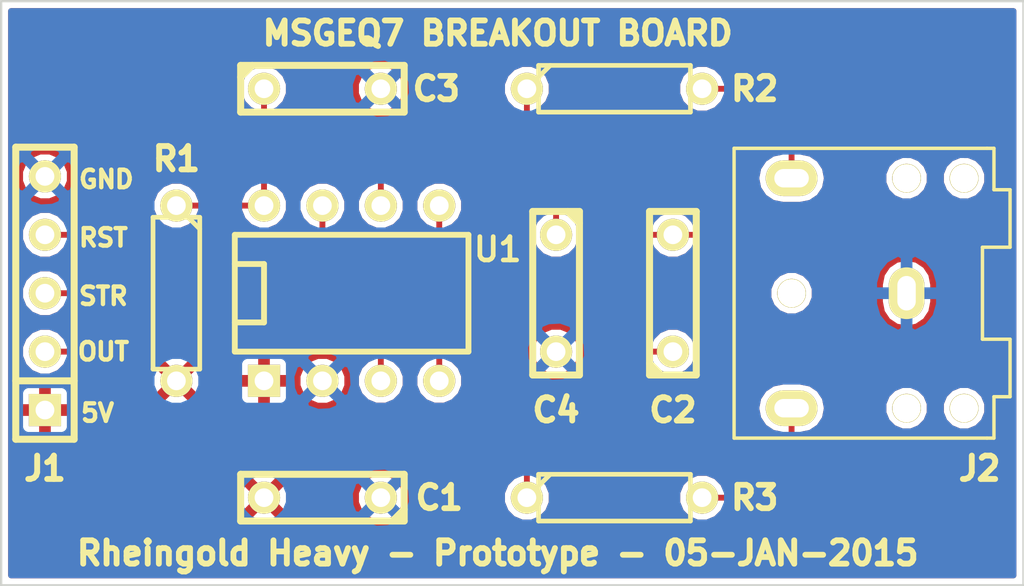
<source format=kicad_pcb>
(kicad_pcb (version 3) (host pcbnew "(2013-07-07 BZR 4022)-stable")

  (general
    (links 19)
    (no_connects 0)
    (area 189.9666 149.030267 240.357888 175.310001)
    (thickness 1.6)
    (drawings 11)
    (tracks 50)
    (zones 0)
    (modules 10)
    (nets 12)
  )

  (page A3)
  (layers
    (15 F.Cu signal)
    (0 B.Cu signal)
    (16 B.Adhes user)
    (17 F.Adhes user)
    (18 B.Paste user)
    (19 F.Paste user)
    (20 B.SilkS user)
    (21 F.SilkS user)
    (22 B.Mask user)
    (23 F.Mask user)
    (24 Dwgs.User user)
    (25 Cmts.User user)
    (26 Eco1.User user)
    (27 Eco2.User user)
    (28 Edge.Cuts user)
  )

  (setup
    (last_trace_width 0.254)
    (trace_clearance 0.254)
    (zone_clearance 0.254)
    (zone_45_only no)
    (trace_min 0.254)
    (segment_width 0.2)
    (edge_width 0.1)
    (via_size 0.889)
    (via_drill 0.635)
    (via_min_size 0.889)
    (via_min_drill 0.508)
    (uvia_size 0.508)
    (uvia_drill 0.127)
    (uvias_allowed no)
    (uvia_min_size 0.508)
    (uvia_min_drill 0.127)
    (pcb_text_width 0.3)
    (pcb_text_size 1.5 1.5)
    (mod_edge_width 0.15)
    (mod_text_size 1 1)
    (mod_text_width 0.15)
    (pad_size 1.25 1.25)
    (pad_drill 1.2)
    (pad_to_mask_clearance 0)
    (aux_axis_origin 0 0)
    (visible_elements 7FFFFBBF)
    (pcbplotparams
      (layerselection 3178497)
      (usegerberextensions true)
      (excludeedgelayer true)
      (linewidth 0.150000)
      (plotframeref false)
      (viasonmask false)
      (mode 1)
      (useauxorigin false)
      (hpglpennumber 1)
      (hpglpenspeed 20)
      (hpglpendiameter 15)
      (hpglpenoverlay 2)
      (psnegative false)
      (psa4output false)
      (plotreference true)
      (plotvalue true)
      (plotothertext true)
      (plotinvisibletext false)
      (padsonsilk false)
      (subtractmaskfromsilk false)
      (outputformat 1)
      (mirror false)
      (drillshape 1)
      (scaleselection 1)
      (outputdirectory ""))
  )

  (net 0 "")
  (net 1 +5V)
  (net 2 GND)
  (net 3 N-0000010)
  (net 4 N-0000011)
  (net 5 N-000002)
  (net 6 N-000003)
  (net 7 N-000004)
  (net 8 N-000006)
  (net 9 OUT)
  (net 10 RESET_IN)
  (net 11 STROBE)

  (net_class Default "This is the default net class."
    (clearance 0.254)
    (trace_width 0.254)
    (via_dia 0.889)
    (via_drill 0.635)
    (uvia_dia 0.508)
    (uvia_drill 0.127)
    (add_net "")
    (add_net +5V)
    (add_net GND)
    (add_net N-0000010)
    (add_net N-0000011)
    (add_net N-000002)
    (add_net N-000003)
    (add_net N-000004)
    (add_net N-000006)
    (add_net OUT)
    (add_net RESET_IN)
    (add_net STROBE)
  )

  (module R3 (layer F.Cu) (tedit 54AB382F) (tstamp 548B928D)
    (at 199.39 162.56 270)
    (descr "Resitance 3 pas")
    (tags R)
    (path /545E86CD)
    (autoplace_cost180 10)
    (fp_text reference R1 (at -5.842 0 360) (layer F.SilkS)
      (effects (font (size 1.016 1.016) (thickness 0.254)))
    )
    (fp_text value 200K (at 0 0.127 270) (layer F.SilkS) hide
      (effects (font (size 1.397 1.27) (thickness 0.2032)))
    )
    (fp_line (start -3.81 0) (end -3.302 0) (layer F.SilkS) (width 0.2032))
    (fp_line (start 3.81 0) (end 3.302 0) (layer F.SilkS) (width 0.2032))
    (fp_line (start 3.302 0) (end 3.302 -1.016) (layer F.SilkS) (width 0.2032))
    (fp_line (start 3.302 -1.016) (end -3.302 -1.016) (layer F.SilkS) (width 0.2032))
    (fp_line (start -3.302 -1.016) (end -3.302 1.016) (layer F.SilkS) (width 0.2032))
    (fp_line (start -3.302 1.016) (end 3.302 1.016) (layer F.SilkS) (width 0.2032))
    (fp_line (start 3.302 1.016) (end 3.302 0) (layer F.SilkS) (width 0.2032))
    (fp_line (start -3.302 -0.508) (end -2.794 -1.016) (layer F.SilkS) (width 0.2032))
    (pad 1 thru_hole circle (at -3.81 0 270) (size 1.397 1.397) (drill 0.8128)
      (layers *.Cu *.Mask F.SilkS)
      (net 4 N-0000011)
    )
    (pad 2 thru_hole circle (at 3.81 0 270) (size 1.397 1.397) (drill 0.8128)
      (layers *.Cu *.Mask F.SilkS)
      (net 1 +5V)
    )
    (model discret/resistor.wrl
      (at (xyz 0 0 0))
      (scale (xyz 0.3 0.3 0.3))
      (rotate (xyz 0 0 0))
    )
  )

  (module R3 (layer F.Cu) (tedit 54AB3B38) (tstamp 548B929B)
    (at 218.44 153.67)
    (descr "Resitance 3 pas")
    (tags R)
    (path /545E8ABB)
    (autoplace_cost180 10)
    (fp_text reference R2 (at 6.096 0) (layer F.SilkS)
      (effects (font (size 1.016 1.016) (thickness 0.254)))
    )
    (fp_text value 22K (at 0 0.127) (layer F.SilkS) hide
      (effects (font (size 1.397 1.27) (thickness 0.2032)))
    )
    (fp_line (start -3.81 0) (end -3.302 0) (layer F.SilkS) (width 0.2032))
    (fp_line (start 3.81 0) (end 3.302 0) (layer F.SilkS) (width 0.2032))
    (fp_line (start 3.302 0) (end 3.302 -1.016) (layer F.SilkS) (width 0.2032))
    (fp_line (start 3.302 -1.016) (end -3.302 -1.016) (layer F.SilkS) (width 0.2032))
    (fp_line (start -3.302 -1.016) (end -3.302 1.016) (layer F.SilkS) (width 0.2032))
    (fp_line (start -3.302 1.016) (end 3.302 1.016) (layer F.SilkS) (width 0.2032))
    (fp_line (start 3.302 1.016) (end 3.302 0) (layer F.SilkS) (width 0.2032))
    (fp_line (start -3.302 -0.508) (end -2.794 -1.016) (layer F.SilkS) (width 0.2032))
    (pad 1 thru_hole circle (at -3.81 0) (size 1.397 1.397) (drill 0.8128)
      (layers *.Cu *.Mask F.SilkS)
      (net 7 N-000004)
    )
    (pad 2 thru_hole circle (at 3.81 0) (size 1.397 1.397) (drill 0.8128)
      (layers *.Cu *.Mask F.SilkS)
      (net 5 N-000002)
    )
    (model discret/resistor.wrl
      (at (xyz 0 0 0))
      (scale (xyz 0.3 0.3 0.3))
      (rotate (xyz 0 0 0))
    )
  )

  (module R3 (layer F.Cu) (tedit 54AB3BBE) (tstamp 548B92A9)
    (at 218.44 171.45)
    (descr "Resitance 3 pas")
    (tags R)
    (path /545E8AC6)
    (autoplace_cost180 10)
    (fp_text reference R3 (at 6.096 0) (layer F.SilkS)
      (effects (font (size 1.016 1.016) (thickness 0.254)))
    )
    (fp_text value 22K (at 0 0.127) (layer F.SilkS) hide
      (effects (font (size 1.397 1.27) (thickness 0.2032)))
    )
    (fp_line (start -3.81 0) (end -3.302 0) (layer F.SilkS) (width 0.2032))
    (fp_line (start 3.81 0) (end 3.302 0) (layer F.SilkS) (width 0.2032))
    (fp_line (start 3.302 0) (end 3.302 -1.016) (layer F.SilkS) (width 0.2032))
    (fp_line (start 3.302 -1.016) (end -3.302 -1.016) (layer F.SilkS) (width 0.2032))
    (fp_line (start -3.302 -1.016) (end -3.302 1.016) (layer F.SilkS) (width 0.2032))
    (fp_line (start -3.302 1.016) (end 3.302 1.016) (layer F.SilkS) (width 0.2032))
    (fp_line (start 3.302 1.016) (end 3.302 0) (layer F.SilkS) (width 0.2032))
    (fp_line (start -3.302 -0.508) (end -2.794 -1.016) (layer F.SilkS) (width 0.2032))
    (pad 1 thru_hole circle (at -3.81 0) (size 1.397 1.397) (drill 0.8128)
      (layers *.Cu *.Mask F.SilkS)
      (net 7 N-000004)
    )
    (pad 2 thru_hole circle (at 3.81 0) (size 1.397 1.397) (drill 0.8128)
      (layers *.Cu *.Mask F.SilkS)
      (net 8 N-000006)
    )
    (model discret/resistor.wrl
      (at (xyz 0 0 0))
      (scale (xyz 0.3 0.3 0.3))
      (rotate (xyz 0 0 0))
    )
  )

  (module DIP-8__300 (layer F.Cu) (tedit 54AB3AA1) (tstamp 548B92BC)
    (at 207.01 162.56)
    (descr "8 pins DIL package, round pads")
    (tags DIL)
    (path /545E86BE)
    (fp_text reference U1 (at 6.35 -1.905) (layer F.SilkS)
      (effects (font (size 1.016 1.016) (thickness 0.2032)))
    )
    (fp_text value MSGEQ7 (at 0.508 0) (layer F.SilkS) hide
      (effects (font (size 1.27 1.016) (thickness 0.2032)))
    )
    (fp_line (start -5.08 -1.27) (end -3.81 -1.27) (layer F.SilkS) (width 0.254))
    (fp_line (start -3.81 -1.27) (end -3.81 1.27) (layer F.SilkS) (width 0.254))
    (fp_line (start -3.81 1.27) (end -5.08 1.27) (layer F.SilkS) (width 0.254))
    (fp_line (start -5.08 -2.54) (end 5.08 -2.54) (layer F.SilkS) (width 0.254))
    (fp_line (start 5.08 -2.54) (end 5.08 2.54) (layer F.SilkS) (width 0.254))
    (fp_line (start 5.08 2.54) (end -5.08 2.54) (layer F.SilkS) (width 0.254))
    (fp_line (start -5.08 2.54) (end -5.08 -2.54) (layer F.SilkS) (width 0.254))
    (pad 1 thru_hole rect (at -3.81 3.81) (size 1.397 1.397) (drill 0.8128)
      (layers *.Cu *.Mask F.SilkS)
      (net 1 +5V)
    )
    (pad 2 thru_hole circle (at -1.27 3.81) (size 1.397 1.397) (drill 0.8128)
      (layers *.Cu *.Mask F.SilkS)
      (net 2 GND)
    )
    (pad 3 thru_hole circle (at 1.27 3.81) (size 1.397 1.397) (drill 0.8128)
      (layers *.Cu *.Mask F.SilkS)
      (net 9 OUT)
    )
    (pad 4 thru_hole circle (at 3.81 3.81) (size 1.397 1.397) (drill 0.8128)
      (layers *.Cu *.Mask F.SilkS)
      (net 11 STROBE)
    )
    (pad 5 thru_hole circle (at 3.81 -3.81) (size 1.397 1.397) (drill 0.8128)
      (layers *.Cu *.Mask F.SilkS)
      (net 6 N-000003)
    )
    (pad 6 thru_hole circle (at 1.27 -3.81) (size 1.397 1.397) (drill 0.8128)
      (layers *.Cu *.Mask F.SilkS)
      (net 3 N-0000010)
    )
    (pad 7 thru_hole circle (at -1.27 -3.81) (size 1.397 1.397) (drill 0.8128)
      (layers *.Cu *.Mask F.SilkS)
      (net 10 RESET_IN)
    )
    (pad 8 thru_hole circle (at -3.81 -3.81) (size 1.397 1.397) (drill 0.8128)
      (layers *.Cu *.Mask F.SilkS)
      (net 4 N-0000011)
    )
    (model dil/dil_8.wrl
      (at (xyz 0 0 0))
      (scale (xyz 1 1 1))
      (rotate (xyz 0 0 0))
    )
  )

  (module C2 (layer F.Cu) (tedit 54AB3BB8) (tstamp 548B92C7)
    (at 205.74 171.45 180)
    (descr "Condensateur = 2 pas")
    (tags C)
    (path /545E8778)
    (fp_text reference C1 (at -5.08 0 180) (layer F.SilkS)
      (effects (font (size 1.016 1.016) (thickness 0.254)))
    )
    (fp_text value 0.1uF (at 0 0 180) (layer F.SilkS) hide
      (effects (font (size 1.016 1.016) (thickness 0.2032)))
    )
    (fp_line (start -3.556 -1.016) (end 3.556 -1.016) (layer F.SilkS) (width 0.3048))
    (fp_line (start 3.556 -1.016) (end 3.556 1.016) (layer F.SilkS) (width 0.3048))
    (fp_line (start 3.556 1.016) (end -3.556 1.016) (layer F.SilkS) (width 0.3048))
    (fp_line (start -3.556 1.016) (end -3.556 -1.016) (layer F.SilkS) (width 0.3048))
    (fp_line (start -3.556 -0.508) (end -3.048 -1.016) (layer F.SilkS) (width 0.3048))
    (pad 1 thru_hole circle (at -2.54 0 180) (size 1.397 1.397) (drill 0.8128)
      (layers *.Cu *.Mask F.SilkS)
      (net 2 GND)
    )
    (pad 2 thru_hole circle (at 2.54 0 180) (size 1.397 1.397) (drill 0.8128)
      (layers *.Cu *.Mask F.SilkS)
      (net 1 +5V)
    )
    (model discret/capa_2pas_5x5mm.wrl
      (at (xyz 0 0 0))
      (scale (xyz 1 1 1))
      (rotate (xyz 0 0 0))
    )
  )

  (module C2 (layer F.Cu) (tedit 54AB3B33) (tstamp 548B92D2)
    (at 205.74 153.67)
    (descr "Condensateur = 2 pas")
    (tags C)
    (path /545E89A7)
    (fp_text reference C3 (at 4.953 0) (layer F.SilkS)
      (effects (font (size 1.016 1.016) (thickness 0.254)))
    )
    (fp_text value 33pF (at 0 0) (layer F.SilkS) hide
      (effects (font (size 1.016 1.016) (thickness 0.2032)))
    )
    (fp_line (start -3.556 -1.016) (end 3.556 -1.016) (layer F.SilkS) (width 0.3048))
    (fp_line (start 3.556 -1.016) (end 3.556 1.016) (layer F.SilkS) (width 0.3048))
    (fp_line (start 3.556 1.016) (end -3.556 1.016) (layer F.SilkS) (width 0.3048))
    (fp_line (start -3.556 1.016) (end -3.556 -1.016) (layer F.SilkS) (width 0.3048))
    (fp_line (start -3.556 -0.508) (end -3.048 -1.016) (layer F.SilkS) (width 0.3048))
    (pad 1 thru_hole circle (at -2.54 0) (size 1.397 1.397) (drill 0.8128)
      (layers *.Cu *.Mask F.SilkS)
      (net 4 N-0000011)
    )
    (pad 2 thru_hole circle (at 2.54 0) (size 1.397 1.397) (drill 0.8128)
      (layers *.Cu *.Mask F.SilkS)
      (net 2 GND)
    )
    (model discret/capa_2pas_5x5mm.wrl
      (at (xyz 0 0 0))
      (scale (xyz 1 1 1))
      (rotate (xyz 0 0 0))
    )
  )

  (module C2 (layer F.Cu) (tedit 54AB36F4) (tstamp 548B92DD)
    (at 215.9 162.56 270)
    (descr "Condensateur = 2 pas")
    (tags C)
    (path /545E8A09)
    (fp_text reference C4 (at 5.08 0 360) (layer F.SilkS)
      (effects (font (size 1.016 1.016) (thickness 0.254)))
    )
    (fp_text value 0.1uF (at 0 0 270) (layer F.SilkS) hide
      (effects (font (size 1.016 1.016) (thickness 0.2032)))
    )
    (fp_line (start -3.556 -1.016) (end 3.556 -1.016) (layer F.SilkS) (width 0.3048))
    (fp_line (start 3.556 -1.016) (end 3.556 1.016) (layer F.SilkS) (width 0.3048))
    (fp_line (start 3.556 1.016) (end -3.556 1.016) (layer F.SilkS) (width 0.3048))
    (fp_line (start -3.556 1.016) (end -3.556 -1.016) (layer F.SilkS) (width 0.3048))
    (fp_line (start -3.556 -0.508) (end -3.048 -1.016) (layer F.SilkS) (width 0.3048))
    (pad 1 thru_hole circle (at -2.54 0 270) (size 1.397 1.397) (drill 0.8128)
      (layers *.Cu *.Mask F.SilkS)
      (net 3 N-0000010)
    )
    (pad 2 thru_hole circle (at 2.54 0 270) (size 1.397 1.397) (drill 0.8128)
      (layers *.Cu *.Mask F.SilkS)
      (net 2 GND)
    )
    (model discret/capa_2pas_5x5mm.wrl
      (at (xyz 0 0 0))
      (scale (xyz 1 1 1))
      (rotate (xyz 0 0 0))
    )
  )

  (module C2 (layer F.Cu) (tedit 54AB36F7) (tstamp 548B92E8)
    (at 220.98 162.56 90)
    (descr "Condensateur = 2 pas")
    (tags C)
    (path /54669D08)
    (fp_text reference C2 (at -5.08 0 180) (layer F.SilkS)
      (effects (font (size 1.016 1.016) (thickness 0.254)))
    )
    (fp_text value 0.1uF (at 0 0 90) (layer F.SilkS) hide
      (effects (font (size 1.016 1.016) (thickness 0.2032)))
    )
    (fp_line (start -3.556 -1.016) (end 3.556 -1.016) (layer F.SilkS) (width 0.3048))
    (fp_line (start 3.556 -1.016) (end 3.556 1.016) (layer F.SilkS) (width 0.3048))
    (fp_line (start 3.556 1.016) (end -3.556 1.016) (layer F.SilkS) (width 0.3048))
    (fp_line (start -3.556 1.016) (end -3.556 -1.016) (layer F.SilkS) (width 0.3048))
    (fp_line (start -3.556 -0.508) (end -3.048 -1.016) (layer F.SilkS) (width 0.3048))
    (pad 1 thru_hole circle (at -2.54 0 90) (size 1.397 1.397) (drill 0.8128)
      (layers *.Cu *.Mask F.SilkS)
      (net 6 N-000003)
    )
    (pad 2 thru_hole circle (at 2.54 0 90) (size 1.397 1.397) (drill 0.8128)
      (layers *.Cu *.Mask F.SilkS)
      (net 7 N-000004)
    )
    (model discret/capa_2pas_5x5mm.wrl
      (at (xyz 0 0 0))
      (scale (xyz 1 1 1))
      (rotate (xyz 0 0 0))
    )
  )

  (module 3.5mm_Stereo_Jack_SJ1-3523NG (layer F.Cu) (tedit 54AB3709) (tstamp 548B9302)
    (at 231.14 162.56 180)
    (path /54669DC4)
    (fp_text reference J2 (at -3.175 -7.62 180) (layer F.SilkS)
      (effects (font (size 1.016 1.016) (thickness 0.254)))
    )
    (fp_text value STEREO_MINI_JACK (at 0 7.9 180) (layer F.SilkS) hide
      (effects (font (size 1 1) (thickness 0.15)))
    )
    (fp_line (start -3.8 -4.5) (end -4.5 -4.5) (layer F.SilkS) (width 0.15))
    (fp_line (start -3.5 -6.3) (end -3.8 -6.3) (layer F.SilkS) (width 0.15))
    (fp_line (start -3.8 -4.5) (end -3.8 -6.3) (layer F.SilkS) (width 0.15))
    (fp_line (start -3.8 4.5) (end -4.5 4.5) (layer F.SilkS) (width 0.15))
    (fp_line (start -3.5 6.3) (end -3.8 6.3) (layer F.SilkS) (width 0.15))
    (fp_line (start -3.8 6.3) (end -3.8 4.5) (layer F.SilkS) (width 0.15))
    (fp_line (start 7.5 6.3) (end -3.5 6.3) (layer F.SilkS) (width 0.15))
    (fp_line (start 7.5 -6.3) (end -3.5 -6.3) (layer F.SilkS) (width 0.15))
    (fp_line (start 7.5 -6.3) (end 7.5 6.3) (layer F.SilkS) (width 0.15))
    (fp_line (start -4.5 4.5) (end -4.5 2) (layer F.SilkS) (width 0.15))
    (fp_line (start -4.5 -4.5) (end -4.5 -2) (layer F.SilkS) (width 0.15))
    (fp_line (start -4.5 -2) (end -3.3 -2) (layer F.SilkS) (width 0.15))
    (fp_line (start -3.3 -2) (end -3.3 2) (layer F.SilkS) (width 0.15))
    (fp_line (start -3.3 2) (end -4.5 2) (layer F.SilkS) (width 0.15))
    (pad 1 thru_hole oval (at 0 0 180) (size 1.55 2.25) (drill oval 0.8 1.5)
      (layers *.Cu *.Mask F.SilkS)
      (net 2 GND)
    )
    (pad 2 thru_hole oval (at 5 5 180) (size 2.25 1.55) (drill oval 1.5 0.8)
      (layers *.Cu *.Mask F.SilkS)
      (net 5 N-000002)
    )
    (pad 3 thru_hole oval (at 5 -5 180) (size 2.25 1.55) (drill oval 1.5 0.8)
      (layers *.Cu *.Mask F.SilkS)
      (net 8 N-000006)
    )
    (pad "" np_thru_hole circle (at 5 0 180) (size 1.25 1.25) (drill 1.2)
      (layers *.Cu *.Mask F.SilkS)
    )
    (pad "" np_thru_hole circle (at 0 -5 180) (size 1.25 1.25) (drill 1.2)
      (layers *.Cu *.Mask F.SilkS)
    )
    (pad "" np_thru_hole circle (at 0 5 180) (size 1.25 1.25) (drill 1.2)
      (layers *.Cu *.Mask F.SilkS)
    )
    (pad "" np_thru_hole circle (at -2.5 5 180) (size 1.25 1.25) (drill 1.2)
      (layers *.Cu *.Mask F.SilkS)
    )
    (pad "" np_thru_hole circle (at -2.5 -5 180) (size 1.25 1.25) (drill 1.2)
      (layers *.Cu *.Mask F.SilkS)
    )
  )

  (module SIL-5 (layer F.Cu) (tedit 54AB36BE) (tstamp 54AB361A)
    (at 193.675 161.29 90)
    (descr "Connecteur 5 pins")
    (tags "CONN DEV")
    (path /54669BC4)
    (fp_text reference J1 (at -8.89 0 180) (layer F.SilkS)
      (effects (font (size 1.016 1.016) (thickness 0.254)))
    )
    (fp_text value BREAKOUT_BOARD_HEADER (at 0 -2.54 90) (layer F.SilkS) hide
      (effects (font (size 1.524 1.016) (thickness 0.3048)))
    )
    (fp_line (start -7.62 1.27) (end -7.62 -1.27) (layer F.SilkS) (width 0.3048))
    (fp_line (start -7.62 -1.27) (end 5.08 -1.27) (layer F.SilkS) (width 0.3048))
    (fp_line (start 5.08 -1.27) (end 5.08 1.27) (layer F.SilkS) (width 0.3048))
    (fp_line (start 5.08 1.27) (end -7.62 1.27) (layer F.SilkS) (width 0.3048))
    (fp_line (start -5.08 1.27) (end -5.08 -1.27) (layer F.SilkS) (width 0.3048))
    (pad 1 thru_hole rect (at -6.35 0 90) (size 1.397 1.397) (drill 0.8128)
      (layers *.Cu *.Mask F.SilkS)
      (net 1 +5V)
    )
    (pad 2 thru_hole circle (at -3.81 0 90) (size 1.397 1.397) (drill 0.8128)
      (layers *.Cu *.Mask F.SilkS)
      (net 9 OUT)
    )
    (pad 3 thru_hole circle (at -1.27 0 90) (size 1.397 1.397) (drill 0.8128)
      (layers *.Cu *.Mask F.SilkS)
      (net 11 STROBE)
    )
    (pad 4 thru_hole circle (at 1.27 0 90) (size 1.397 1.397) (drill 0.8128)
      (layers *.Cu *.Mask F.SilkS)
      (net 10 RESET_IN)
    )
    (pad 5 thru_hole circle (at 3.81 0 90) (size 1.397 1.397) (drill 0.8128)
      (layers *.Cu *.Mask F.SilkS)
      (net 2 GND)
    )
  )

  (gr_text "Rheingold Heavy - Prototype - 05-JAN-2015" (at 213.36 173.863) (layer F.SilkS)
    (effects (font (size 1.016 1.016) (thickness 0.254)))
  )
  (gr_text "MSGEQ7 BREAKOUT BOARD" (at 213.36 151.257) (layer F.SilkS)
    (effects (font (size 1.016 1.016) (thickness 0.254)))
  )
  (gr_text 5V (at 195.961 167.767) (layer F.SilkS)
    (effects (font (size 0.762 0.762) (thickness 0.1905)))
  )
  (gr_text OUT (at 196.215 165.1) (layer F.SilkS)
    (effects (font (size 0.762 0.762) (thickness 0.1905)))
  )
  (gr_text STR (at 196.215 162.687) (layer F.SilkS)
    (effects (font (size 0.762 0.762) (thickness 0.1905)))
  )
  (gr_text RST (at 196.215 160.147) (layer F.SilkS)
    (effects (font (size 0.762 0.762) (thickness 0.1905)))
  )
  (gr_text GND (at 196.342 157.607) (layer F.SilkS)
    (effects (font (size 0.762 0.762) (thickness 0.1905)))
  )
  (gr_line (start 191.77 149.86) (end 236.22 149.86) (angle 90) (layer Edge.Cuts) (width 0.1))
  (gr_line (start 236.22 175.26) (end 191.77 175.26) (angle 90) (layer Edge.Cuts) (width 0.1))
  (gr_line (start 236.22 149.86) (end 236.22 175.26) (angle 90) (layer Edge.Cuts) (width 0.1))
  (gr_line (start 191.77 175.26) (end 191.77 149.86) (angle 90) (layer Edge.Cuts) (width 0.1))

  (segment (start 215.9 159.385) (end 215.9 158.115) (width 0.254) (layer F.Cu) (net 3))
  (segment (start 208.28 157.48) (end 208.28 158.75) (width 0.254) (layer F.Cu) (net 3) (tstamp 54AB34B5))
  (segment (start 208.915 156.845) (end 208.28 157.48) (width 0.254) (layer F.Cu) (net 3) (tstamp 54AB34B4))
  (segment (start 214.63 156.845) (end 208.915 156.845) (width 0.254) (layer F.Cu) (net 3) (tstamp 54AB34B2))
  (segment (start 215.9 158.115) (end 214.63 156.845) (width 0.254) (layer F.Cu) (net 3) (tstamp 54AB34B1))
  (segment (start 199.39 158.75) (end 203.2 158.75) (width 0.254) (layer F.Cu) (net 4) (status C00000))
  (segment (start 203.2 158.75) (end 203.2 153.67) (width 0.254) (layer F.Cu) (net 4))
  (segment (start 222.25 153.67) (end 225.425 153.67) (width 0.254) (layer F.Cu) (net 5))
  (segment (start 226.14 154.385) (end 226.14 157.56) (width 0.254) (layer F.Cu) (net 5) (tstamp 54AB3522))
  (segment (start 225.425 153.67) (end 226.14 154.385) (width 0.254) (layer F.Cu) (net 5) (tstamp 54AB3521))
  (segment (start 220.98 165.1) (end 219.71 165.1) (width 0.254) (layer F.Cu) (net 6) (status 400000))
  (segment (start 210.82 161.798) (end 210.82 158.75) (width 0.254) (layer F.Cu) (net 6) (tstamp 54AB389F) (status 800000))
  (segment (start 211.582 162.56) (end 210.82 161.798) (width 0.254) (layer F.Cu) (net 6) (tstamp 54AB389E))
  (segment (start 218.44 162.56) (end 211.582 162.56) (width 0.254) (layer F.Cu) (net 6) (tstamp 54AB389C))
  (segment (start 219.202 163.322) (end 218.44 162.56) (width 0.254) (layer F.Cu) (net 6) (tstamp 54AB389B))
  (segment (start 219.202 164.592) (end 219.202 163.322) (width 0.254) (layer F.Cu) (net 6) (tstamp 54AB389A))
  (segment (start 219.71 165.1) (end 219.202 164.592) (width 0.254) (layer F.Cu) (net 6) (tstamp 54AB3897))
  (segment (start 214.63 171.45) (end 214.63 169.418) (width 0.254) (layer F.Cu) (net 7) (status 400000))
  (segment (start 222.504 160.02) (end 220.98 160.02) (width 0.254) (layer F.Cu) (net 7) (tstamp 54AB3894) (status 800000))
  (segment (start 223.012 160.528) (end 222.504 160.02) (width 0.254) (layer F.Cu) (net 7) (tstamp 54AB3891))
  (segment (start 223.012 168.148) (end 223.012 160.528) (width 0.254) (layer F.Cu) (net 7) (tstamp 54AB388F))
  (segment (start 222.25 168.91) (end 223.012 168.148) (width 0.254) (layer F.Cu) (net 7) (tstamp 54AB388D))
  (segment (start 215.138 168.91) (end 222.25 168.91) (width 0.254) (layer F.Cu) (net 7) (tstamp 54AB388C))
  (segment (start 214.63 169.418) (end 215.138 168.91) (width 0.254) (layer F.Cu) (net 7) (tstamp 54AB3889))
  (segment (start 219.71 160.02) (end 218.948 159.258) (width 0.254) (layer F.Cu) (net 7))
  (segment (start 214.63 154.94) (end 214.63 153.67) (width 0.254) (layer F.Cu) (net 7) (tstamp 54AB386B) (status 800000))
  (segment (start 215.138 155.448) (end 214.63 154.94) (width 0.254) (layer F.Cu) (net 7) (tstamp 54AB386A))
  (segment (start 218.44 155.448) (end 215.138 155.448) (width 0.254) (layer F.Cu) (net 7) (tstamp 54AB3869))
  (segment (start 218.948 155.956) (end 218.44 155.448) (width 0.254) (layer F.Cu) (net 7) (tstamp 54AB3868))
  (segment (start 218.948 159.258) (end 218.948 155.956) (width 0.254) (layer F.Cu) (net 7) (tstamp 54AB3867))
  (segment (start 219.71 160.02) (end 220.98 160.02) (width 0.254) (layer F.Cu) (net 7) (tstamp 54AB352E))
  (segment (start 222.25 171.45) (end 225.425 171.45) (width 0.254) (layer F.Cu) (net 8))
  (segment (start 226.14 170.735) (end 226.14 167.56) (width 0.254) (layer F.Cu) (net 8) (tstamp 54AB351C))
  (segment (start 225.425 171.45) (end 226.14 170.735) (width 0.254) (layer F.Cu) (net 8) (tstamp 54AB351B))
  (segment (start 208.28 165.1) (end 208.28 164.592) (width 0.254) (layer F.Cu) (net 9))
  (segment (start 208.28 166.37) (end 208.28 165.1) (width 0.254) (layer F.Cu) (net 9) (status 400000))
  (segment (start 195.326 165.1) (end 193.675 165.1) (width 0.254) (layer F.Cu) (net 9) (tstamp 54AB390F) (status 800000))
  (segment (start 196.85 163.576) (end 195.326 165.1) (width 0.254) (layer F.Cu) (net 9) (tstamp 54AB390A))
  (segment (start 207.264 163.576) (end 196.85 163.576) (width 0.254) (layer F.Cu) (net 9) (tstamp 54AB3907))
  (segment (start 208.28 164.592) (end 207.264 163.576) (width 0.254) (layer F.Cu) (net 9) (tstamp 54AB3900))
  (segment (start 205.74 158.75) (end 205.74 160.02) (width 0.254) (layer F.Cu) (net 10) (status 400000))
  (segment (start 195.58 160.02) (end 193.675 160.02) (width 0.254) (layer F.Cu) (net 10) (tstamp 54AB362D) (status 800000))
  (segment (start 196.215 160.655) (end 195.58 160.02) (width 0.254) (layer F.Cu) (net 10) (tstamp 54AB362C))
  (segment (start 205.105 160.655) (end 196.215 160.655) (width 0.254) (layer F.Cu) (net 10) (tstamp 54AB362B))
  (segment (start 205.74 160.02) (end 205.105 160.655) (width 0.254) (layer F.Cu) (net 10) (tstamp 54AB362A))
  (segment (start 210.185 163.195) (end 209.55 162.56) (width 0.254) (layer F.Cu) (net 11))
  (segment (start 210.82 163.83) (end 210.185 163.195) (width 0.254) (layer F.Cu) (net 11) (tstamp 54AB3696))
  (segment (start 210.82 166.37) (end 210.82 164.465) (width 0.254) (layer F.Cu) (net 11) (status 400000))
  (segment (start 210.82 164.465) (end 210.82 163.83) (width 0.254) (layer F.Cu) (net 11))
  (segment (start 209.55 162.56) (end 193.675 162.56) (width 0.254) (layer F.Cu) (net 11) (tstamp 54AB3913) (status 800000))

  (zone (net 1) (net_name +5V) (layer F.Cu) (tstamp 54AB3668) (hatch edge 0.508)
    (connect_pads (clearance 0.254))
    (min_thickness 0.254)
    (fill (arc_segments 16) (thermal_gap 0.508) (thermal_bridge_width 0.508))
    (polygon
      (pts
        (xy 236.22 175.26) (xy 191.77 175.26) (xy 191.77 149.86) (xy 236.22 149.86)
      )
    )
    (filled_polygon
      (pts
        (xy 235.789 174.829) (xy 234.646174 174.829) (xy 234.646174 167.360772) (xy 234.646174 157.360772) (xy 234.493342 156.990892)
        (xy 234.210597 156.707653) (xy 233.840984 156.554176) (xy 233.440772 156.553826) (xy 233.070892 156.706658) (xy 232.787653 156.989403)
        (xy 232.634176 157.359016) (xy 232.633826 157.759228) (xy 232.786658 158.129108) (xy 233.069403 158.412347) (xy 233.439016 158.565824)
        (xy 233.839228 158.566174) (xy 234.209108 158.413342) (xy 234.492347 158.130597) (xy 234.645824 157.760984) (xy 234.646174 157.360772)
        (xy 234.646174 167.360772) (xy 234.493342 166.990892) (xy 234.210597 166.707653) (xy 233.840984 166.554176) (xy 233.440772 166.553826)
        (xy 233.070892 166.706658) (xy 232.787653 166.989403) (xy 232.634176 167.359016) (xy 232.633826 167.759228) (xy 232.786658 168.129108)
        (xy 233.069403 168.412347) (xy 233.439016 168.565824) (xy 233.839228 168.566174) (xy 234.209108 168.413342) (xy 234.492347 168.130597)
        (xy 234.645824 167.760984) (xy 234.646174 167.360772) (xy 234.646174 174.829) (xy 232.296 174.829) (xy 232.296 162.939504)
        (xy 232.296 162.180496) (xy 232.208005 161.738114) (xy 232.146174 161.645577) (xy 232.146174 157.360772) (xy 231.993342 156.990892)
        (xy 231.710597 156.707653) (xy 231.340984 156.554176) (xy 230.940772 156.553826) (xy 230.570892 156.706658) (xy 230.287653 156.989403)
        (xy 230.134176 157.359016) (xy 230.133826 157.759228) (xy 230.286658 158.129108) (xy 230.569403 158.412347) (xy 230.939016 158.565824)
        (xy 231.339228 158.566174) (xy 231.709108 158.413342) (xy 231.992347 158.130597) (xy 232.145824 157.760984) (xy 232.146174 157.360772)
        (xy 232.146174 161.645577) (xy 231.957415 161.363081) (xy 231.582382 161.112491) (xy 231.14 161.024496) (xy 230.697618 161.112491)
        (xy 230.322585 161.363081) (xy 230.071995 161.738114) (xy 229.984 162.180496) (xy 229.984 162.939504) (xy 230.071995 163.381886)
        (xy 230.322585 163.756919) (xy 230.697618 164.007509) (xy 231.14 164.095504) (xy 231.582382 164.007509) (xy 231.957415 163.756919)
        (xy 232.208005 163.381886) (xy 232.296 162.939504) (xy 232.296 174.829) (xy 232.146174 174.829) (xy 232.146174 167.360772)
        (xy 231.993342 166.990892) (xy 231.710597 166.707653) (xy 231.340984 166.554176) (xy 230.940772 166.553826) (xy 230.570892 166.706658)
        (xy 230.287653 166.989403) (xy 230.134176 167.359016) (xy 230.133826 167.759228) (xy 230.286658 168.129108) (xy 230.569403 168.412347)
        (xy 230.939016 168.565824) (xy 231.339228 168.566174) (xy 231.709108 168.413342) (xy 231.992347 168.130597) (xy 232.145824 167.760984)
        (xy 232.146174 167.360772) (xy 232.146174 174.829) (xy 227.675504 174.829) (xy 227.675504 167.56) (xy 227.675504 157.56)
        (xy 227.587509 157.117618) (xy 227.336919 156.742585) (xy 226.961886 156.491995) (xy 226.648 156.429559) (xy 226.648 154.385)
        (xy 226.609331 154.190597) (xy 226.60933 154.190596) (xy 226.57279 154.13591) (xy 226.49921 154.02579) (xy 226.49921 154.025789)
        (xy 225.78421 153.31079) (xy 225.619403 153.200669) (xy 225.425 153.162) (xy 223.208118 153.162) (xy 223.165689 153.059312)
        (xy 222.862286 152.755379) (xy 222.465668 152.590688) (xy 222.036216 152.590314) (xy 221.639312 152.754311) (xy 221.335379 153.057714)
        (xy 221.170688 153.454332) (xy 221.170314 153.883784) (xy 221.334311 154.280688) (xy 221.637714 154.584621) (xy 222.034332 154.749312)
        (xy 222.463784 154.749686) (xy 222.860688 154.585689) (xy 223.164621 154.282286) (xy 223.207924 154.178) (xy 225.214579 154.178)
        (xy 225.632 154.59542) (xy 225.632 156.429559) (xy 225.318114 156.491995) (xy 224.943081 156.742585) (xy 224.692491 157.117618)
        (xy 224.604496 157.56) (xy 224.692491 158.002382) (xy 224.943081 158.377415) (xy 225.318114 158.628005) (xy 225.760496 158.716)
        (xy 226.519504 158.716) (xy 226.961886 158.628005) (xy 227.336919 158.377415) (xy 227.587509 158.002382) (xy 227.675504 157.56)
        (xy 227.675504 167.56) (xy 227.587509 167.117618) (xy 227.336919 166.742585) (xy 227.146174 166.615132) (xy 227.146174 162.360772)
        (xy 226.993342 161.990892) (xy 226.710597 161.707653) (xy 226.340984 161.554176) (xy 225.940772 161.553826) (xy 225.570892 161.706658)
        (xy 225.287653 161.989403) (xy 225.134176 162.359016) (xy 225.133826 162.759228) (xy 225.286658 163.129108) (xy 225.569403 163.412347)
        (xy 225.939016 163.565824) (xy 226.339228 163.566174) (xy 226.709108 163.413342) (xy 226.992347 163.130597) (xy 227.145824 162.760984)
        (xy 227.146174 162.360772) (xy 227.146174 166.615132) (xy 226.961886 166.491995) (xy 226.519504 166.404) (xy 225.760496 166.404)
        (xy 225.318114 166.491995) (xy 224.943081 166.742585) (xy 224.692491 167.117618) (xy 224.604496 167.56) (xy 224.692491 168.002382)
        (xy 224.943081 168.377415) (xy 225.318114 168.628005) (xy 225.632 168.69044) (xy 225.632 170.524579) (xy 225.214579 170.942)
        (xy 223.52 170.942) (xy 223.52 168.148) (xy 223.52 160.528) (xy 223.481331 160.333597) (xy 223.48133 160.333596)
        (xy 223.44479 160.27891) (xy 223.37121 160.16879) (xy 223.37121 160.168789) (xy 222.86321 159.66079) (xy 222.698403 159.550669)
        (xy 222.504 159.512) (xy 221.938118 159.512) (xy 221.895689 159.409312) (xy 221.592286 159.105379) (xy 221.195668 158.940688)
        (xy 220.766216 158.940314) (xy 220.369312 159.104311) (xy 220.065379 159.407714) (xy 220.022075 159.512) (xy 219.92042 159.512)
        (xy 219.456 159.047579) (xy 219.456 155.956) (xy 219.417331 155.761597) (xy 219.41733 155.761596) (xy 219.38079 155.70691)
        (xy 219.30721 155.59679) (xy 219.30721 155.596789) (xy 218.79921 155.08879) (xy 218.634403 154.978669) (xy 218.44 154.94)
        (xy 215.34842 154.94) (xy 215.138 154.729579) (xy 215.138 154.628118) (xy 215.240688 154.585689) (xy 215.544621 154.282286)
        (xy 215.709312 153.885668) (xy 215.709686 153.456216) (xy 215.545689 153.059312) (xy 215.242286 152.755379) (xy 214.845668 152.590688)
        (xy 214.416216 152.590314) (xy 214.019312 152.754311) (xy 213.715379 153.057714) (xy 213.550688 153.454332) (xy 213.550314 153.883784)
        (xy 213.714311 154.280688) (xy 214.017714 154.584621) (xy 214.122 154.627924) (xy 214.122 154.94) (xy 214.160669 155.134403)
        (xy 214.27079 155.29921) (xy 214.778789 155.80721) (xy 214.77879 155.80721) (xy 214.88891 155.88079) (xy 214.943596 155.91733)
        (xy 214.943597 155.917331) (xy 215.138 155.956) (xy 218.229579 155.956) (xy 218.44 156.16642) (xy 218.44 159.258)
        (xy 218.478669 159.452403) (xy 218.58879 159.61721) (xy 219.350789 160.37921) (xy 219.35079 160.37921) (xy 219.46091 160.45279)
        (xy 219.515596 160.48933) (xy 219.515597 160.489331) (xy 219.709999 160.527999) (xy 219.71 160.528) (xy 220.021881 160.528)
        (xy 220.064311 160.630688) (xy 220.367714 160.934621) (xy 220.764332 161.099312) (xy 221.193784 161.099686) (xy 221.590688 160.935689)
        (xy 221.894621 160.632286) (xy 221.937924 160.528) (xy 222.293579 160.528) (xy 222.504 160.73842) (xy 222.504 167.937579)
        (xy 222.059686 168.381893) (xy 222.059686 164.886216) (xy 221.895689 164.489312) (xy 221.592286 164.185379) (xy 221.195668 164.020688)
        (xy 220.766216 164.020314) (xy 220.369312 164.184311) (xy 220.065379 164.487714) (xy 220.022075 164.592) (xy 219.92042 164.592)
        (xy 219.71 164.381579) (xy 219.71 163.322) (xy 219.709999 163.321999) (xy 219.671331 163.127597) (xy 219.67133 163.127596)
        (xy 219.63479 163.07291) (xy 219.56121 162.96279) (xy 219.56121 162.962789) (xy 218.79921 162.20079) (xy 218.634403 162.090669)
        (xy 218.44 162.052) (xy 216.979686 162.052) (xy 216.979686 159.806216) (xy 216.815689 159.409312) (xy 216.512286 159.105379)
        (xy 216.408 159.062075) (xy 216.408 158.115) (xy 216.375746 157.952849) (xy 216.369331 157.920597) (xy 216.369331 157.920596)
        (xy 216.25921 157.75579) (xy 214.98921 156.48579) (xy 214.824403 156.375669) (xy 214.63 156.337) (xy 209.359686 156.337)
        (xy 209.359686 153.456216) (xy 209.195689 153.059312) (xy 208.892286 152.755379) (xy 208.495668 152.590688) (xy 208.066216 152.590314)
        (xy 207.669312 152.754311) (xy 207.365379 153.057714) (xy 207.200688 153.454332) (xy 207.200314 153.883784) (xy 207.364311 154.280688)
        (xy 207.667714 154.584621) (xy 208.064332 154.749312) (xy 208.493784 154.749686) (xy 208.890688 154.585689) (xy 209.194621 154.282286)
        (xy 209.359312 153.885668) (xy 209.359686 153.456216) (xy 209.359686 156.337) (xy 208.915 156.337) (xy 208.720597 156.375669)
        (xy 208.66591 156.412209) (xy 208.555789 156.48579) (xy 207.92079 157.12079) (xy 207.810669 157.285597) (xy 207.772 157.48)
        (xy 207.772 157.791881) (xy 207.669312 157.834311) (xy 207.365379 158.137714) (xy 207.200688 158.534332) (xy 207.200314 158.963784)
        (xy 207.364311 159.360688) (xy 207.667714 159.664621) (xy 208.064332 159.829312) (xy 208.493784 159.829686) (xy 208.890688 159.665689)
        (xy 209.194621 159.362286) (xy 209.359312 158.965668) (xy 209.359686 158.536216) (xy 209.195689 158.139312) (xy 208.892286 157.835379)
        (xy 208.788 157.792075) (xy 208.788 157.69042) (xy 209.12542 157.353) (xy 214.41958 157.353) (xy 215.392 158.32542)
        (xy 215.392 159.061881) (xy 215.289312 159.104311) (xy 214.985379 159.407714) (xy 214.820688 159.804332) (xy 214.820314 160.233784)
        (xy 214.984311 160.630688) (xy 215.287714 160.934621) (xy 215.684332 161.099312) (xy 216.113784 161.099686) (xy 216.510688 160.935689)
        (xy 216.814621 160.632286) (xy 216.979312 160.235668) (xy 216.979686 159.806216) (xy 216.979686 162.052) (xy 211.79242 162.052)
        (xy 211.328 161.587579) (xy 211.328 159.708118) (xy 211.430688 159.665689) (xy 211.734621 159.362286) (xy 211.899312 158.965668)
        (xy 211.899686 158.536216) (xy 211.735689 158.139312) (xy 211.432286 157.835379) (xy 211.035668 157.670688) (xy 210.606216 157.670314)
        (xy 210.209312 157.834311) (xy 209.905379 158.137714) (xy 209.740688 158.534332) (xy 209.740314 158.963784) (xy 209.904311 159.360688)
        (xy 210.207714 159.664621) (xy 210.312 159.707924) (xy 210.312 161.798) (xy 210.350669 161.992403) (xy 210.46079 162.15721)
        (xy 211.222789 162.91921) (xy 211.22279 162.91921) (xy 211.33291 162.99279) (xy 211.387596 163.02933) (xy 211.387597 163.029331)
        (xy 211.581999 163.067999) (xy 211.582 163.068) (xy 218.229579 163.068) (xy 218.694 163.53242) (xy 218.694 164.592)
        (xy 218.732669 164.786403) (xy 218.84279 164.95121) (xy 219.350789 165.45921) (xy 219.35079 165.45921) (xy 219.46091 165.53279)
        (xy 219.515596 165.56933) (xy 219.515597 165.569331) (xy 219.71 165.608) (xy 220.021881 165.608) (xy 220.064311 165.710688)
        (xy 220.367714 166.014621) (xy 220.764332 166.179312) (xy 221.193784 166.179686) (xy 221.590688 166.015689) (xy 221.894621 165.712286)
        (xy 222.059312 165.315668) (xy 222.059686 164.886216) (xy 222.059686 168.381893) (xy 222.039579 168.402) (xy 216.979686 168.402)
        (xy 216.979686 164.886216) (xy 216.815689 164.489312) (xy 216.512286 164.185379) (xy 216.115668 164.020688) (xy 215.686216 164.020314)
        (xy 215.289312 164.184311) (xy 214.985379 164.487714) (xy 214.820688 164.884332) (xy 214.820314 165.313784) (xy 214.984311 165.710688)
        (xy 215.287714 166.014621) (xy 215.684332 166.179312) (xy 216.113784 166.179686) (xy 216.510688 166.015689) (xy 216.814621 165.712286)
        (xy 216.979312 165.315668) (xy 216.979686 164.886216) (xy 216.979686 168.402) (xy 215.138 168.402) (xy 214.943597 168.440669)
        (xy 214.88891 168.477209) (xy 214.778789 168.55079) (xy 214.27079 169.05879) (xy 214.160669 169.223597) (xy 214.122 169.418)
        (xy 214.122 170.491881) (xy 214.019312 170.534311) (xy 213.715379 170.837714) (xy 213.550688 171.234332) (xy 213.550314 171.663784)
        (xy 213.714311 172.060688) (xy 214.017714 172.364621) (xy 214.414332 172.529312) (xy 214.843784 172.529686) (xy 215.240688 172.365689)
        (xy 215.544621 172.062286) (xy 215.709312 171.665668) (xy 215.709686 171.236216) (xy 215.545689 170.839312) (xy 215.242286 170.535379)
        (xy 215.138 170.492075) (xy 215.138 169.62842) (xy 215.34842 169.418) (xy 222.25 169.418) (xy 222.444403 169.379331)
        (xy 222.60921 169.26921) (xy 223.37121 168.507211) (xy 223.37121 168.50721) (xy 223.44479 168.39709) (xy 223.48133 168.342404)
        (xy 223.481331 168.342403) (xy 223.519999 168.148001) (xy 223.52 168.148) (xy 223.52 170.942) (xy 223.208118 170.942)
        (xy 223.165689 170.839312) (xy 222.862286 170.535379) (xy 222.465668 170.370688) (xy 222.036216 170.370314) (xy 221.639312 170.534311)
        (xy 221.335379 170.837714) (xy 221.170688 171.234332) (xy 221.170314 171.663784) (xy 221.334311 172.060688) (xy 221.637714 172.364621)
        (xy 222.034332 172.529312) (xy 222.463784 172.529686) (xy 222.860688 172.365689) (xy 223.164621 172.062286) (xy 223.207924 171.958)
        (xy 225.425 171.958) (xy 225.619403 171.919331) (xy 225.78421 171.80921) (xy 226.49921 171.094211) (xy 226.49921 171.09421)
        (xy 226.57279 170.98409) (xy 226.60933 170.929404) (xy 226.609331 170.929403) (xy 226.647999 170.735) (xy 226.648 170.735)
        (xy 226.648 168.69044) (xy 226.961886 168.628005) (xy 227.336919 168.377415) (xy 227.587509 168.002382) (xy 227.675504 167.56)
        (xy 227.675504 174.829) (xy 211.899686 174.829) (xy 211.899686 166.156216) (xy 211.735689 165.759312) (xy 211.432286 165.455379)
        (xy 211.328 165.412075) (xy 211.328 164.465) (xy 211.328 163.83) (xy 211.289331 163.635597) (xy 211.28933 163.635596)
        (xy 211.25279 163.58091) (xy 211.17921 163.47079) (xy 211.17921 163.470789) (xy 210.544212 162.835792) (xy 210.54421 162.83579)
        (xy 210.54421 162.835789) (xy 209.90921 162.20079) (xy 209.744403 162.090669) (xy 209.55 162.052) (xy 206.819686 162.052)
        (xy 206.819686 158.536216) (xy 206.655689 158.139312) (xy 206.352286 157.835379) (xy 205.955668 157.670688) (xy 205.526216 157.670314)
        (xy 205.129312 157.834311) (xy 204.825379 158.137714) (xy 204.660688 158.534332) (xy 204.660314 158.963784) (xy 204.824311 159.360688)
        (xy 205.127714 159.664621) (xy 205.232 159.707924) (xy 205.232 159.809579) (xy 204.894579 160.147) (xy 204.279686 160.147)
        (xy 204.279686 158.536216) (xy 204.115689 158.139312) (xy 203.812286 157.835379) (xy 203.708 157.792075) (xy 203.708 154.628118)
        (xy 203.810688 154.585689) (xy 204.114621 154.282286) (xy 204.279312 153.885668) (xy 204.279686 153.456216) (xy 204.115689 153.059312)
        (xy 203.812286 152.755379) (xy 203.415668 152.590688) (xy 202.986216 152.590314) (xy 202.589312 152.754311) (xy 202.285379 153.057714)
        (xy 202.120688 153.454332) (xy 202.120314 153.883784) (xy 202.284311 154.280688) (xy 202.587714 154.584621) (xy 202.692 154.627924)
        (xy 202.692 157.791881) (xy 202.589312 157.834311) (xy 202.285379 158.137714) (xy 202.120688 158.534332) (xy 202.120314 158.963784)
        (xy 202.284311 159.360688) (xy 202.587714 159.664621) (xy 202.984332 159.829312) (xy 203.413784 159.829686) (xy 203.810688 159.665689)
        (xy 204.114621 159.362286) (xy 204.279312 158.965668) (xy 204.279686 158.536216) (xy 204.279686 160.147) (xy 200.469686 160.147)
        (xy 200.469686 158.536216) (xy 200.305689 158.139312) (xy 200.002286 157.835379) (xy 199.605668 157.670688) (xy 199.176216 157.670314)
        (xy 198.779312 157.834311) (xy 198.475379 158.137714) (xy 198.310688 158.534332) (xy 198.310314 158.963784) (xy 198.474311 159.360688)
        (xy 198.777714 159.664621) (xy 199.174332 159.829312) (xy 199.603784 159.829686) (xy 200.000688 159.665689) (xy 200.304621 159.362286)
        (xy 200.469312 158.965668) (xy 200.469686 158.536216) (xy 200.469686 160.147) (xy 196.42542 160.147) (xy 195.93921 159.66079)
        (xy 195.774403 159.550669) (xy 195.58 159.512) (xy 194.754686 159.512) (xy 194.754686 157.266216) (xy 194.590689 156.869312)
        (xy 194.287286 156.565379) (xy 193.890668 156.400688) (xy 193.461216 156.400314) (xy 193.064312 156.564311) (xy 192.760379 156.867714)
        (xy 192.595688 157.264332) (xy 192.595314 157.693784) (xy 192.759311 158.090688) (xy 193.062714 158.394621) (xy 193.459332 158.559312)
        (xy 193.888784 158.559686) (xy 194.285688 158.395689) (xy 194.589621 158.092286) (xy 194.754312 157.695668) (xy 194.754686 157.266216)
        (xy 194.754686 159.512) (xy 194.633118 159.512) (xy 194.590689 159.409312) (xy 194.287286 159.105379) (xy 193.890668 158.940688)
        (xy 193.461216 158.940314) (xy 193.064312 159.104311) (xy 192.760379 159.407714) (xy 192.595688 159.804332) (xy 192.595314 160.233784)
        (xy 192.759311 160.630688) (xy 193.062714 160.934621) (xy 193.459332 161.099312) (xy 193.888784 161.099686) (xy 194.285688 160.935689)
        (xy 194.589621 160.632286) (xy 194.632924 160.528) (xy 195.369579 160.528) (xy 195.855789 161.01421) (xy 195.85579 161.01421)
        (xy 195.96591 161.08779) (xy 196.020596 161.12433) (xy 196.020597 161.124331) (xy 196.215 161.163) (xy 205.105 161.163)
        (xy 205.299403 161.124331) (xy 205.46421 161.01421) (xy 206.09921 160.379211) (xy 206.09921 160.37921) (xy 206.17279 160.26909)
        (xy 206.20933 160.214404) (xy 206.209331 160.214403) (xy 206.247999 160.02) (xy 206.248 160.02) (xy 206.248 159.708118)
        (xy 206.350688 159.665689) (xy 206.654621 159.362286) (xy 206.819312 158.965668) (xy 206.819686 158.536216) (xy 206.819686 162.052)
        (xy 194.633118 162.052) (xy 194.590689 161.949312) (xy 194.287286 161.645379) (xy 193.890668 161.480688) (xy 193.461216 161.480314)
        (xy 193.064312 161.644311) (xy 192.760379 161.947714) (xy 192.595688 162.344332) (xy 192.595314 162.773784) (xy 192.759311 163.170688)
        (xy 193.062714 163.474621) (xy 193.459332 163.639312) (xy 193.888784 163.639686) (xy 194.285688 163.475689) (xy 194.589621 163.172286)
        (xy 194.632924 163.068) (xy 196.85 163.068) (xy 196.655597 163.106669) (xy 196.60091 163.143209) (xy 196.490789 163.21679)
        (xy 195.115579 164.592) (xy 194.633118 164.592) (xy 194.590689 164.489312) (xy 194.287286 164.185379) (xy 193.890668 164.020688)
        (xy 193.461216 164.020314) (xy 193.064312 164.184311) (xy 192.760379 164.487714) (xy 192.595688 164.884332) (xy 192.595314 165.313784)
        (xy 192.759311 165.710688) (xy 193.062714 166.014621) (xy 193.459332 166.179312) (xy 193.888784 166.179686) (xy 194.285688 166.015689)
        (xy 194.589621 165.712286) (xy 194.632924 165.608) (xy 195.326 165.608) (xy 195.520403 165.569331) (xy 195.68521 165.45921)
        (xy 197.06042 164.084) (xy 207.053579 164.084) (xy 207.772 164.80242) (xy 207.772 165.1) (xy 207.772 165.411881)
        (xy 207.669312 165.454311) (xy 207.365379 165.757714) (xy 207.200688 166.154332) (xy 207.200314 166.583784) (xy 207.364311 166.980688)
        (xy 207.667714 167.284621) (xy 208.064332 167.449312) (xy 208.493784 167.449686) (xy 208.890688 167.285689) (xy 209.194621 166.982286)
        (xy 209.359312 166.585668) (xy 209.359686 166.156216) (xy 209.195689 165.759312) (xy 208.892286 165.455379) (xy 208.788 165.412075)
        (xy 208.788 165.1) (xy 208.788 164.592) (xy 208.787999 164.591999) (xy 208.749331 164.397597) (xy 208.74933 164.397596)
        (xy 208.71279 164.34291) (xy 208.63921 164.23279) (xy 208.63921 164.232789) (xy 207.62321 163.21679) (xy 207.458403 163.106669)
        (xy 207.264 163.068) (xy 209.339579 163.068) (xy 209.825789 163.55421) (xy 209.82579 163.55421) (xy 209.825792 163.554212)
        (xy 210.312 164.04042) (xy 210.312 164.465) (xy 210.312 165.411881) (xy 210.209312 165.454311) (xy 209.905379 165.757714)
        (xy 209.740688 166.154332) (xy 209.740314 166.583784) (xy 209.904311 166.980688) (xy 210.207714 167.284621) (xy 210.604332 167.449312)
        (xy 211.033784 167.449686) (xy 211.430688 167.285689) (xy 211.734621 166.982286) (xy 211.899312 166.585668) (xy 211.899686 166.156216)
        (xy 211.899686 174.829) (xy 209.359686 174.829) (xy 209.359686 171.236216) (xy 209.195689 170.839312) (xy 208.892286 170.535379)
        (xy 208.495668 170.370688) (xy 208.066216 170.370314) (xy 207.669312 170.534311) (xy 207.365379 170.837714) (xy 207.200688 171.234332)
        (xy 207.200314 171.663784) (xy 207.364311 172.060688) (xy 207.667714 172.364621) (xy 208.064332 172.529312) (xy 208.493784 172.529686)
        (xy 208.890688 172.365689) (xy 209.194621 172.062286) (xy 209.359312 171.665668) (xy 209.359686 171.236216) (xy 209.359686 174.829)
        (xy 206.819686 174.829) (xy 206.819686 166.156216) (xy 206.655689 165.759312) (xy 206.352286 165.455379) (xy 205.955668 165.290688)
        (xy 205.526216 165.290314) (xy 205.129312 165.454311) (xy 204.825379 165.757714) (xy 204.660688 166.154332) (xy 204.660314 166.583784)
        (xy 204.824311 166.980688) (xy 205.127714 167.284621) (xy 205.524332 167.449312) (xy 205.953784 167.449686) (xy 206.350688 167.285689)
        (xy 206.654621 166.982286) (xy 206.819312 166.585668) (xy 206.819686 166.156216) (xy 206.819686 174.829) (xy 204.545924 174.829)
        (xy 204.545924 171.64252) (xy 204.53361 171.415855) (xy 204.53361 166.942745) (xy 204.53361 165.797255) (xy 204.533389 165.544636)
        (xy 204.436513 165.311332) (xy 204.257729 165.132859) (xy 204.024255 165.03639) (xy 203.48575 165.0365) (xy 203.327 165.19525)
        (xy 203.327 166.243) (xy 204.37475 166.243) (xy 204.5335 166.08425) (xy 204.53361 165.797255) (xy 204.53361 166.942745)
        (xy 204.5335 166.65575) (xy 204.37475 166.497) (xy 203.327 166.497) (xy 203.327 167.54475) (xy 203.48575 167.7035)
        (xy 204.024255 167.70361) (xy 204.257729 167.607141) (xy 204.436513 167.428668) (xy 204.533389 167.195364) (xy 204.53361 166.942745)
        (xy 204.53361 171.415855) (xy 204.517146 171.112802) (xy 204.369798 170.757072) (xy 204.134186 170.695419) (xy 203.954581 170.875024)
        (xy 203.954581 170.515814) (xy 203.892928 170.280202) (xy 203.39252 170.104076) (xy 203.073 170.121434) (xy 203.073 167.54475)
        (xy 203.073 166.497) (xy 203.073 166.243) (xy 203.073 165.19525) (xy 202.91425 165.0365) (xy 202.375745 165.03639)
        (xy 202.142271 165.132859) (xy 201.963487 165.311332) (xy 201.866611 165.544636) (xy 201.86639 165.797255) (xy 201.8665 166.08425)
        (xy 202.02525 166.243) (xy 203.073 166.243) (xy 203.073 166.497) (xy 202.02525 166.497) (xy 201.8665 166.65575)
        (xy 201.86639 166.942745) (xy 201.866611 167.195364) (xy 201.963487 167.428668) (xy 202.142271 167.607141) (xy 202.375745 167.70361)
        (xy 202.91425 167.7035) (xy 203.073 167.54475) (xy 203.073 170.121434) (xy 202.862802 170.132854) (xy 202.507072 170.280202)
        (xy 202.445419 170.515814) (xy 203.2 171.270395) (xy 203.954581 170.515814) (xy 203.954581 170.875024) (xy 203.379605 171.45)
        (xy 204.134186 172.204581) (xy 204.369798 172.142928) (xy 204.545924 171.64252) (xy 204.545924 174.829) (xy 203.954581 174.829)
        (xy 203.954581 172.384186) (xy 203.2 171.629605) (xy 203.020395 171.80921) (xy 203.020395 171.45) (xy 202.265814 170.695419)
        (xy 202.030202 170.757072) (xy 201.854076 171.25748) (xy 201.882854 171.787198) (xy 202.030202 172.142928) (xy 202.265814 172.204581)
        (xy 203.020395 171.45) (xy 203.020395 171.80921) (xy 202.445419 172.384186) (xy 202.507072 172.619798) (xy 203.00748 172.795924)
        (xy 203.537198 172.767146) (xy 203.892928 172.619798) (xy 203.954581 172.384186) (xy 203.954581 174.829) (xy 200.735924 174.829)
        (xy 200.735924 166.56252) (xy 200.707146 166.032802) (xy 200.559798 165.677072) (xy 200.324186 165.615419) (xy 200.144581 165.795024)
        (xy 200.144581 165.435814) (xy 200.082928 165.200202) (xy 199.58252 165.024076) (xy 199.052802 165.052854) (xy 198.697072 165.200202)
        (xy 198.635419 165.435814) (xy 199.39 166.190395) (xy 200.144581 165.435814) (xy 200.144581 165.795024) (xy 199.569605 166.37)
        (xy 200.324186 167.124581) (xy 200.559798 167.062928) (xy 200.735924 166.56252) (xy 200.735924 174.829) (xy 200.144581 174.829)
        (xy 200.144581 167.304186) (xy 199.39 166.549605) (xy 199.210395 166.72921) (xy 199.210395 166.37) (xy 198.455814 165.615419)
        (xy 198.220202 165.677072) (xy 198.044076 166.17748) (xy 198.072854 166.707198) (xy 198.220202 167.062928) (xy 198.455814 167.124581)
        (xy 199.210395 166.37) (xy 199.210395 166.72921) (xy 198.635419 167.304186) (xy 198.697072 167.539798) (xy 199.19748 167.715924)
        (xy 199.727198 167.687146) (xy 200.082928 167.539798) (xy 200.144581 167.304186) (xy 200.144581 174.829) (xy 195.00861 174.829)
        (xy 195.00861 168.464255) (xy 195.00861 166.815745) (xy 194.912141 166.582271) (xy 194.733668 166.403487) (xy 194.500364 166.306611)
        (xy 194.247745 166.30639) (xy 193.96075 166.3065) (xy 193.802 166.46525) (xy 193.802 167.513) (xy 194.84975 167.513)
        (xy 195.0085 167.35425) (xy 195.00861 166.815745) (xy 195.00861 168.464255) (xy 195.0085 167.92575) (xy 194.84975 167.767)
        (xy 193.802 167.767) (xy 193.802 168.81475) (xy 193.96075 168.9735) (xy 194.247745 168.97361) (xy 194.500364 168.973389)
        (xy 194.733668 168.876513) (xy 194.912141 168.697729) (xy 195.00861 168.464255) (xy 195.00861 174.829) (xy 193.548 174.829)
        (xy 193.548 168.81475) (xy 193.548 167.767) (xy 193.548 167.513) (xy 193.548 166.46525) (xy 193.38925 166.3065)
        (xy 193.102255 166.30639) (xy 192.849636 166.306611) (xy 192.616332 166.403487) (xy 192.437859 166.582271) (xy 192.34139 166.815745)
        (xy 192.3415 167.35425) (xy 192.50025 167.513) (xy 193.548 167.513) (xy 193.548 167.767) (xy 192.50025 167.767)
        (xy 192.3415 167.92575) (xy 192.34139 168.464255) (xy 192.437859 168.697729) (xy 192.616332 168.876513) (xy 192.849636 168.973389)
        (xy 193.102255 168.97361) (xy 193.38925 168.9735) (xy 193.548 168.81475) (xy 193.548 174.829) (xy 192.201 174.829)
        (xy 192.201 150.291) (xy 235.789 150.291) (xy 235.789 174.829)
      )
    )
  )
  (zone (net 2) (net_name GND) (layer B.Cu) (tstamp 54AB3671) (hatch edge 0.508)
    (connect_pads (clearance 0.254))
    (min_thickness 0.254)
    (fill (arc_segments 16) (thermal_gap 0.508) (thermal_bridge_width 0.508))
    (polygon
      (pts
        (xy 236.22 175.26) (xy 191.77 175.26) (xy 191.77 149.86) (xy 236.22 149.86)
      )
    )
    (filled_polygon
      (pts
        (xy 235.789 174.829) (xy 234.646174 174.829) (xy 234.646174 167.360772) (xy 234.646174 157.360772) (xy 234.493342 156.990892)
        (xy 234.210597 156.707653) (xy 233.840984 156.554176) (xy 233.440772 156.553826) (xy 233.070892 156.706658) (xy 232.787653 156.989403)
        (xy 232.634176 157.359016) (xy 232.633826 157.759228) (xy 232.786658 158.129108) (xy 233.069403 158.412347) (xy 233.439016 158.565824)
        (xy 233.839228 158.566174) (xy 234.209108 158.413342) (xy 234.492347 158.130597) (xy 234.645824 157.760984) (xy 234.646174 157.360772)
        (xy 234.646174 167.360772) (xy 234.493342 166.990892) (xy 234.210597 166.707653) (xy 233.840984 166.554176) (xy 233.440772 166.553826)
        (xy 233.070892 166.706658) (xy 232.787653 166.989403) (xy 232.634176 167.359016) (xy 232.633826 167.759228) (xy 232.786658 168.129108)
        (xy 233.069403 168.412347) (xy 233.439016 168.565824) (xy 233.839228 168.566174) (xy 234.209108 168.413342) (xy 234.492347 168.130597)
        (xy 234.645824 167.760984) (xy 234.646174 167.360772) (xy 234.646174 174.829) (xy 232.55 174.829) (xy 232.55 163.037)
        (xy 232.55 162.687) (xy 232.55 162.433) (xy 232.55 162.083) (xy 232.394069 161.553084) (xy 232.146174 161.245828)
        (xy 232.146174 157.360772) (xy 231.993342 156.990892) (xy 231.710597 156.707653) (xy 231.340984 156.554176) (xy 230.940772 156.553826)
        (xy 230.570892 156.706658) (xy 230.287653 156.989403) (xy 230.134176 157.359016) (xy 230.133826 157.759228) (xy 230.286658 158.129108)
        (xy 230.569403 158.412347) (xy 230.939016 158.565824) (xy 231.339228 158.566174) (xy 231.709108 158.413342) (xy 231.992347 158.130597)
        (xy 232.145824 157.760984) (xy 232.146174 157.360772) (xy 232.146174 161.245828) (xy 232.047218 161.123177) (xy 231.562251 160.858729)
        (xy 231.485112 160.842888) (xy 231.267 160.965212) (xy 231.267 162.433) (xy 232.55 162.433) (xy 232.55 162.687)
        (xy 231.267 162.687) (xy 231.267 164.154788) (xy 231.485112 164.277112) (xy 231.562251 164.261271) (xy 232.047218 163.996823)
        (xy 232.394069 163.566916) (xy 232.55 163.037) (xy 232.55 174.829) (xy 232.146174 174.829) (xy 232.146174 167.360772)
        (xy 231.993342 166.990892) (xy 231.710597 166.707653) (xy 231.340984 166.554176) (xy 231.013 166.553889) (xy 231.013 164.154788)
        (xy 231.013 162.687) (xy 231.013 162.433) (xy 231.013 160.965212) (xy 230.794888 160.842888) (xy 230.717749 160.858729)
        (xy 230.232782 161.123177) (xy 229.885931 161.553084) (xy 229.73 162.083) (xy 229.73 162.433) (xy 231.013 162.433)
        (xy 231.013 162.687) (xy 229.73 162.687) (xy 229.73 163.037) (xy 229.885931 163.566916) (xy 230.232782 163.996823)
        (xy 230.717749 164.261271) (xy 230.794888 164.277112) (xy 231.013 164.154788) (xy 231.013 166.553889) (xy 230.940772 166.553826)
        (xy 230.570892 166.706658) (xy 230.287653 166.989403) (xy 230.134176 167.359016) (xy 230.133826 167.759228) (xy 230.286658 168.129108)
        (xy 230.569403 168.412347) (xy 230.939016 168.565824) (xy 231.339228 168.566174) (xy 231.709108 168.413342) (xy 231.992347 168.130597)
        (xy 232.145824 167.760984) (xy 232.146174 167.360772) (xy 232.146174 174.829) (xy 227.675504 174.829) (xy 227.675504 167.56)
        (xy 227.675504 157.56) (xy 227.587509 157.117618) (xy 227.336919 156.742585) (xy 226.961886 156.491995) (xy 226.519504 156.404)
        (xy 225.760496 156.404) (xy 225.318114 156.491995) (xy 224.943081 156.742585) (xy 224.692491 157.117618) (xy 224.604496 157.56)
        (xy 224.692491 158.002382) (xy 224.943081 158.377415) (xy 225.318114 158.628005) (xy 225.760496 158.716) (xy 226.519504 158.716)
        (xy 226.961886 158.628005) (xy 227.336919 158.377415) (xy 227.587509 158.002382) (xy 227.675504 157.56) (xy 227.675504 167.56)
        (xy 227.587509 167.117618) (xy 227.336919 166.742585) (xy 227.146174 166.615132) (xy 227.146174 162.360772) (xy 226.993342 161.990892)
        (xy 226.710597 161.707653) (xy 226.340984 161.554176) (xy 225.940772 161.553826) (xy 225.570892 161.706658) (xy 225.287653 161.989403)
        (xy 225.134176 162.359016) (xy 225.133826 162.759228) (xy 225.286658 163.129108) (xy 225.569403 163.412347) (xy 225.939016 163.565824)
        (xy 226.339228 163.566174) (xy 226.709108 163.413342) (xy 226.992347 163.130597) (xy 227.145824 162.760984) (xy 227.146174 162.360772)
        (xy 227.146174 166.615132) (xy 226.961886 166.491995) (xy 226.519504 166.404) (xy 225.760496 166.404) (xy 225.318114 166.491995)
        (xy 224.943081 166.742585) (xy 224.692491 167.117618) (xy 224.604496 167.56) (xy 224.692491 168.002382) (xy 224.943081 168.377415)
        (xy 225.318114 168.628005) (xy 225.760496 168.716) (xy 226.519504 168.716) (xy 226.961886 168.628005) (xy 227.336919 168.377415)
        (xy 227.587509 168.002382) (xy 227.675504 167.56) (xy 227.675504 174.829) (xy 223.329686 174.829) (xy 223.329686 171.236216)
        (xy 223.329686 153.456216) (xy 223.165689 153.059312) (xy 222.862286 152.755379) (xy 222.465668 152.590688) (xy 222.036216 152.590314)
        (xy 221.639312 152.754311) (xy 221.335379 153.057714) (xy 221.170688 153.454332) (xy 221.170314 153.883784) (xy 221.334311 154.280688)
        (xy 221.637714 154.584621) (xy 222.034332 154.749312) (xy 222.463784 154.749686) (xy 222.860688 154.585689) (xy 223.164621 154.282286)
        (xy 223.329312 153.885668) (xy 223.329686 153.456216) (xy 223.329686 171.236216) (xy 223.165689 170.839312) (xy 222.862286 170.535379)
        (xy 222.465668 170.370688) (xy 222.059686 170.370334) (xy 222.059686 164.886216) (xy 222.059686 159.806216) (xy 221.895689 159.409312)
        (xy 221.592286 159.105379) (xy 221.195668 158.940688) (xy 220.766216 158.940314) (xy 220.369312 159.104311) (xy 220.065379 159.407714)
        (xy 219.900688 159.804332) (xy 219.900314 160.233784) (xy 220.064311 160.630688) (xy 220.367714 160.934621) (xy 220.764332 161.099312)
        (xy 221.193784 161.099686) (xy 221.590688 160.935689) (xy 221.894621 160.632286) (xy 222.059312 160.235668) (xy 222.059686 159.806216)
        (xy 222.059686 164.886216) (xy 221.895689 164.489312) (xy 221.592286 164.185379) (xy 221.195668 164.020688) (xy 220.766216 164.020314)
        (xy 220.369312 164.184311) (xy 220.065379 164.487714) (xy 219.900688 164.884332) (xy 219.900314 165.313784) (xy 220.064311 165.710688)
        (xy 220.367714 166.014621) (xy 220.764332 166.179312) (xy 221.193784 166.179686) (xy 221.590688 166.015689) (xy 221.894621 165.712286)
        (xy 222.059312 165.315668) (xy 222.059686 164.886216) (xy 222.059686 170.370334) (xy 222.036216 170.370314) (xy 221.639312 170.534311)
        (xy 221.335379 170.837714) (xy 221.170688 171.234332) (xy 221.170314 171.663784) (xy 221.334311 172.060688) (xy 221.637714 172.364621)
        (xy 222.034332 172.529312) (xy 222.463784 172.529686) (xy 222.860688 172.365689) (xy 223.164621 172.062286) (xy 223.329312 171.665668)
        (xy 223.329686 171.236216) (xy 223.329686 174.829) (xy 217.245924 174.829) (xy 217.245924 165.29252) (xy 217.217146 164.762802)
        (xy 217.069798 164.407072) (xy 216.979686 164.383492) (xy 216.979686 159.806216) (xy 216.815689 159.409312) (xy 216.512286 159.105379)
        (xy 216.115668 158.940688) (xy 215.709686 158.940334) (xy 215.709686 153.456216) (xy 215.545689 153.059312) (xy 215.242286 152.755379)
        (xy 214.845668 152.590688) (xy 214.416216 152.590314) (xy 214.019312 152.754311) (xy 213.715379 153.057714) (xy 213.550688 153.454332)
        (xy 213.550314 153.883784) (xy 213.714311 154.280688) (xy 214.017714 154.584621) (xy 214.414332 154.749312) (xy 214.843784 154.749686)
        (xy 215.240688 154.585689) (xy 215.544621 154.282286) (xy 215.709312 153.885668) (xy 215.709686 153.456216) (xy 215.709686 158.940334)
        (xy 215.686216 158.940314) (xy 215.289312 159.104311) (xy 214.985379 159.407714) (xy 214.820688 159.804332) (xy 214.820314 160.233784)
        (xy 214.984311 160.630688) (xy 215.287714 160.934621) (xy 215.684332 161.099312) (xy 216.113784 161.099686) (xy 216.510688 160.935689)
        (xy 216.814621 160.632286) (xy 216.979312 160.235668) (xy 216.979686 159.806216) (xy 216.979686 164.383492) (xy 216.834186 164.345419)
        (xy 216.654581 164.525024) (xy 216.654581 164.165814) (xy 216.592928 163.930202) (xy 216.09252 163.754076) (xy 215.562802 163.782854)
        (xy 215.207072 163.930202) (xy 215.145419 164.165814) (xy 215.9 164.920395) (xy 216.654581 164.165814) (xy 216.654581 164.525024)
        (xy 216.079605 165.1) (xy 216.834186 165.854581) (xy 217.069798 165.792928) (xy 217.245924 165.29252) (xy 217.245924 174.829)
        (xy 216.654581 174.829) (xy 216.654581 166.034186) (xy 215.9 165.279605) (xy 215.720395 165.45921) (xy 215.720395 165.1)
        (xy 214.965814 164.345419) (xy 214.730202 164.407072) (xy 214.554076 164.90748) (xy 214.582854 165.437198) (xy 214.730202 165.792928)
        (xy 214.965814 165.854581) (xy 215.720395 165.1) (xy 215.720395 165.45921) (xy 215.145419 166.034186) (xy 215.207072 166.269798)
        (xy 215.70748 166.445924) (xy 216.237198 166.417146) (xy 216.592928 166.269798) (xy 216.654581 166.034186) (xy 216.654581 174.829)
        (xy 215.709686 174.829) (xy 215.709686 171.236216) (xy 215.545689 170.839312) (xy 215.242286 170.535379) (xy 214.845668 170.370688)
        (xy 214.416216 170.370314) (xy 214.019312 170.534311) (xy 213.715379 170.837714) (xy 213.550688 171.234332) (xy 213.550314 171.663784)
        (xy 213.714311 172.060688) (xy 214.017714 172.364621) (xy 214.414332 172.529312) (xy 214.843784 172.529686) (xy 215.240688 172.365689)
        (xy 215.544621 172.062286) (xy 215.709312 171.665668) (xy 215.709686 171.236216) (xy 215.709686 174.829) (xy 211.899686 174.829)
        (xy 211.899686 166.156216) (xy 211.899686 158.536216) (xy 211.735689 158.139312) (xy 211.432286 157.835379) (xy 211.035668 157.670688)
        (xy 210.606216 157.670314) (xy 210.209312 157.834311) (xy 209.905379 158.137714) (xy 209.740688 158.534332) (xy 209.740314 158.963784)
        (xy 209.904311 159.360688) (xy 210.207714 159.664621) (xy 210.604332 159.829312) (xy 211.033784 159.829686) (xy 211.430688 159.665689)
        (xy 211.734621 159.362286) (xy 211.899312 158.965668) (xy 211.899686 158.536216) (xy 211.899686 166.156216) (xy 211.735689 165.759312)
        (xy 211.432286 165.455379) (xy 211.035668 165.290688) (xy 210.606216 165.290314) (xy 210.209312 165.454311) (xy 209.905379 165.757714)
        (xy 209.740688 166.154332) (xy 209.740314 166.583784) (xy 209.904311 166.980688) (xy 210.207714 167.284621) (xy 210.604332 167.449312)
        (xy 211.033784 167.449686) (xy 211.430688 167.285689) (xy 211.734621 166.982286) (xy 211.899312 166.585668) (xy 211.899686 166.156216)
        (xy 211.899686 174.829) (xy 209.625924 174.829) (xy 209.625924 171.64252) (xy 209.625924 153.86252) (xy 209.597146 153.332802)
        (xy 209.449798 152.977072) (xy 209.214186 152.915419) (xy 209.034581 153.095024) (xy 209.034581 152.735814) (xy 208.972928 152.500202)
        (xy 208.47252 152.324076) (xy 207.942802 152.352854) (xy 207.587072 152.500202) (xy 207.525419 152.735814) (xy 208.28 153.490395)
        (xy 209.034581 152.735814) (xy 209.034581 153.095024) (xy 208.459605 153.67) (xy 209.214186 154.424581) (xy 209.449798 154.362928)
        (xy 209.625924 153.86252) (xy 209.625924 171.64252) (xy 209.597146 171.112802) (xy 209.449798 170.757072) (xy 209.359686 170.733492)
        (xy 209.359686 166.156216) (xy 209.359686 158.536216) (xy 209.195689 158.139312) (xy 209.034581 157.977922) (xy 209.034581 154.604186)
        (xy 208.28 153.849605) (xy 208.100395 154.02921) (xy 208.100395 153.67) (xy 207.345814 152.915419) (xy 207.110202 152.977072)
        (xy 206.934076 153.47748) (xy 206.962854 154.007198) (xy 207.110202 154.362928) (xy 207.345814 154.424581) (xy 208.100395 153.67)
        (xy 208.100395 154.02921) (xy 207.525419 154.604186) (xy 207.587072 154.839798) (xy 208.08748 155.015924) (xy 208.617198 154.987146)
        (xy 208.972928 154.839798) (xy 209.034581 154.604186) (xy 209.034581 157.977922) (xy 208.892286 157.835379) (xy 208.495668 157.670688)
        (xy 208.066216 157.670314) (xy 207.669312 157.834311) (xy 207.365379 158.137714) (xy 207.200688 158.534332) (xy 207.200314 158.963784)
        (xy 207.364311 159.360688) (xy 207.667714 159.664621) (xy 208.064332 159.829312) (xy 208.493784 159.829686) (xy 208.890688 159.665689)
        (xy 209.194621 159.362286) (xy 209.359312 158.965668) (xy 209.359686 158.536216) (xy 209.359686 166.156216) (xy 209.195689 165.759312)
        (xy 208.892286 165.455379) (xy 208.495668 165.290688) (xy 208.066216 165.290314) (xy 207.669312 165.454311) (xy 207.365379 165.757714)
        (xy 207.200688 166.154332) (xy 207.200314 166.583784) (xy 207.364311 166.980688) (xy 207.667714 167.284621) (xy 208.064332 167.449312)
        (xy 208.493784 167.449686) (xy 208.890688 167.285689) (xy 209.194621 166.982286) (xy 209.359312 166.585668) (xy 209.359686 166.156216)
        (xy 209.359686 170.733492) (xy 209.214186 170.695419) (xy 209.034581 170.875024) (xy 209.034581 170.515814) (xy 208.972928 170.280202)
        (xy 208.47252 170.104076) (xy 207.942802 170.132854) (xy 207.587072 170.280202) (xy 207.525419 170.515814) (xy 208.28 171.270395)
        (xy 209.034581 170.515814) (xy 209.034581 170.875024) (xy 208.459605 171.45) (xy 209.214186 172.204581) (xy 209.449798 172.142928)
        (xy 209.625924 171.64252) (xy 209.625924 174.829) (xy 209.034581 174.829) (xy 209.034581 172.384186) (xy 208.28 171.629605)
        (xy 208.100395 171.80921) (xy 208.100395 171.45) (xy 207.345814 170.695419) (xy 207.110202 170.757072) (xy 207.085924 170.82605)
        (xy 207.085924 166.56252) (xy 207.057146 166.032802) (xy 206.909798 165.677072) (xy 206.819686 165.653492) (xy 206.819686 158.536216)
        (xy 206.655689 158.139312) (xy 206.352286 157.835379) (xy 205.955668 157.670688) (xy 205.526216 157.670314) (xy 205.129312 157.834311)
        (xy 204.825379 158.137714) (xy 204.660688 158.534332) (xy 204.660314 158.963784) (xy 204.824311 159.360688) (xy 205.127714 159.664621)
        (xy 205.524332 159.829312) (xy 205.953784 159.829686) (xy 206.350688 159.665689) (xy 206.654621 159.362286) (xy 206.819312 158.965668)
        (xy 206.819686 158.536216) (xy 206.819686 165.653492) (xy 206.674186 165.615419) (xy 206.494581 165.795024) (xy 206.494581 165.435814)
        (xy 206.432928 165.200202) (xy 205.93252 165.024076) (xy 205.402802 165.052854) (xy 205.047072 165.200202) (xy 204.985419 165.435814)
        (xy 205.74 166.190395) (xy 206.494581 165.435814) (xy 206.494581 165.795024) (xy 205.919605 166.37) (xy 206.674186 167.124581)
        (xy 206.909798 167.062928) (xy 207.085924 166.56252) (xy 207.085924 170.82605) (xy 206.934076 171.25748) (xy 206.962854 171.787198)
        (xy 207.110202 172.142928) (xy 207.345814 172.204581) (xy 208.100395 171.45) (xy 208.100395 171.80921) (xy 207.525419 172.384186)
        (xy 207.587072 172.619798) (xy 208.08748 172.795924) (xy 208.617198 172.767146) (xy 208.972928 172.619798) (xy 209.034581 172.384186)
        (xy 209.034581 174.829) (xy 206.494581 174.829) (xy 206.494581 167.304186) (xy 205.74 166.549605) (xy 205.560395 166.72921)
        (xy 205.560395 166.37) (xy 204.805814 165.615419) (xy 204.570202 165.677072) (xy 204.394076 166.17748) (xy 204.422854 166.707198)
        (xy 204.570202 167.062928) (xy 204.805814 167.124581) (xy 205.560395 166.37) (xy 205.560395 166.72921) (xy 204.985419 167.304186)
        (xy 205.047072 167.539798) (xy 205.54748 167.715924) (xy 206.077198 167.687146) (xy 206.432928 167.539798) (xy 206.494581 167.304186)
        (xy 206.494581 174.829) (xy 204.279686 174.829) (xy 204.279686 171.236216) (xy 204.279686 158.536216) (xy 204.279686 153.456216)
        (xy 204.115689 153.059312) (xy 203.812286 152.755379) (xy 203.415668 152.590688) (xy 202.986216 152.590314) (xy 202.589312 152.754311)
        (xy 202.285379 153.057714) (xy 202.120688 153.454332) (xy 202.120314 153.883784) (xy 202.284311 154.280688) (xy 202.587714 154.584621)
        (xy 202.984332 154.749312) (xy 203.413784 154.749686) (xy 203.810688 154.585689) (xy 204.114621 154.282286) (xy 204.279312 153.885668)
        (xy 204.279686 153.456216) (xy 204.279686 158.536216) (xy 204.115689 158.139312) (xy 203.812286 157.835379) (xy 203.415668 157.670688)
        (xy 202.986216 157.670314) (xy 202.589312 157.834311) (xy 202.285379 158.137714) (xy 202.120688 158.534332) (xy 202.120314 158.963784)
        (xy 202.284311 159.360688) (xy 202.587714 159.664621) (xy 202.984332 159.829312) (xy 203.413784 159.829686) (xy 203.810688 159.665689)
        (xy 204.114621 159.362286) (xy 204.279312 158.965668) (xy 204.279686 158.536216) (xy 204.279686 171.236216) (xy 204.279566 171.235925)
        (xy 204.279566 166.993047) (xy 204.279566 165.596047) (xy 204.221684 165.455963) (xy 204.114601 165.348692) (xy 203.974618 165.290566)
        (xy 203.823047 165.290434) (xy 202.426047 165.290434) (xy 202.285963 165.348316) (xy 202.178692 165.455399) (xy 202.120566 165.595382)
        (xy 202.120434 165.746953) (xy 202.120434 167.143953) (xy 202.178316 167.284037) (xy 202.285399 167.391308) (xy 202.425382 167.449434)
        (xy 202.576953 167.449566) (xy 203.973953 167.449566) (xy 204.114037 167.391684) (xy 204.221308 167.284601) (xy 204.279434 167.144618)
        (xy 204.279566 166.993047) (xy 204.279566 171.235925) (xy 204.115689 170.839312) (xy 203.812286 170.535379) (xy 203.415668 170.370688)
        (xy 202.986216 170.370314) (xy 202.589312 170.534311) (xy 202.285379 170.837714) (xy 202.120688 171.234332) (xy 202.120314 171.663784)
        (xy 202.284311 172.060688) (xy 202.587714 172.364621) (xy 202.984332 172.529312) (xy 203.413784 172.529686) (xy 203.810688 172.365689)
        (xy 204.114621 172.062286) (xy 204.279312 171.665668) (xy 204.279686 171.236216) (xy 204.279686 174.829) (xy 200.469686 174.829)
        (xy 200.469686 166.156216) (xy 200.469686 158.536216) (xy 200.305689 158.139312) (xy 200.002286 157.835379) (xy 199.605668 157.670688)
        (xy 199.176216 157.670314) (xy 198.779312 157.834311) (xy 198.475379 158.137714) (xy 198.310688 158.534332) (xy 198.310314 158.963784)
        (xy 198.474311 159.360688) (xy 198.777714 159.664621) (xy 199.174332 159.829312) (xy 199.603784 159.829686) (xy 200.000688 159.665689)
        (xy 200.304621 159.362286) (xy 200.469312 158.965668) (xy 200.469686 158.536216) (xy 200.469686 166.156216) (xy 200.305689 165.759312)
        (xy 200.002286 165.455379) (xy 199.605668 165.290688) (xy 199.176216 165.290314) (xy 198.779312 165.454311) (xy 198.475379 165.757714)
        (xy 198.310688 166.154332) (xy 198.310314 166.583784) (xy 198.474311 166.980688) (xy 198.777714 167.284621) (xy 199.174332 167.449312)
        (xy 199.603784 167.449686) (xy 200.000688 167.285689) (xy 200.304621 166.982286) (xy 200.469312 166.585668) (xy 200.469686 166.156216)
        (xy 200.469686 174.829) (xy 195.020924 174.829) (xy 195.020924 157.67252) (xy 194.992146 157.142802) (xy 194.844798 156.787072)
        (xy 194.609186 156.725419) (xy 194.429581 156.905024) (xy 194.429581 156.545814) (xy 194.367928 156.310202) (xy 193.86752 156.134076)
        (xy 193.337802 156.162854) (xy 192.982072 156.310202) (xy 192.920419 156.545814) (xy 193.675 157.300395) (xy 194.429581 156.545814)
        (xy 194.429581 156.905024) (xy 193.854605 157.48) (xy 194.609186 158.234581) (xy 194.844798 158.172928) (xy 195.020924 157.67252)
        (xy 195.020924 174.829) (xy 194.754686 174.829) (xy 194.754686 164.886216) (xy 194.754686 162.346216) (xy 194.754686 159.806216)
        (xy 194.590689 159.409312) (xy 194.429581 159.247922) (xy 194.429581 158.414186) (xy 193.675 157.659605) (xy 193.495395 157.83921)
        (xy 193.495395 157.48) (xy 192.740814 156.725419) (xy 192.505202 156.787072) (xy 192.329076 157.28748) (xy 192.357854 157.817198)
        (xy 192.505202 158.172928) (xy 192.740814 158.234581) (xy 193.495395 157.48) (xy 193.495395 157.83921) (xy 192.920419 158.414186)
        (xy 192.982072 158.649798) (xy 193.48248 158.825924) (xy 194.012198 158.797146) (xy 194.367928 158.649798) (xy 194.429581 158.414186)
        (xy 194.429581 159.247922) (xy 194.287286 159.105379) (xy 193.890668 158.940688) (xy 193.461216 158.940314) (xy 193.064312 159.104311)
        (xy 192.760379 159.407714) (xy 192.595688 159.804332) (xy 192.595314 160.233784) (xy 192.759311 160.630688) (xy 193.062714 160.934621)
        (xy 193.459332 161.099312) (xy 193.888784 161.099686) (xy 194.285688 160.935689) (xy 194.589621 160.632286) (xy 194.754312 160.235668)
        (xy 194.754686 159.806216) (xy 194.754686 162.346216) (xy 194.590689 161.949312) (xy 194.287286 161.645379) (xy 193.890668 161.480688)
        (xy 193.461216 161.480314) (xy 193.064312 161.644311) (xy 192.760379 161.947714) (xy 192.595688 162.344332) (xy 192.595314 162.773784)
        (xy 192.759311 163.170688) (xy 193.062714 163.474621) (xy 193.459332 163.639312) (xy 193.888784 163.639686) (xy 194.285688 163.475689)
        (xy 194.589621 163.172286) (xy 194.754312 162.775668) (xy 194.754686 162.346216) (xy 194.754686 164.886216) (xy 194.590689 164.489312)
        (xy 194.287286 164.185379) (xy 193.890668 164.020688) (xy 193.461216 164.020314) (xy 193.064312 164.184311) (xy 192.760379 164.487714)
        (xy 192.595688 164.884332) (xy 192.595314 165.313784) (xy 192.759311 165.710688) (xy 193.062714 166.014621) (xy 193.459332 166.179312)
        (xy 193.888784 166.179686) (xy 194.285688 166.015689) (xy 194.589621 165.712286) (xy 194.754312 165.315668) (xy 194.754686 164.886216)
        (xy 194.754686 174.829) (xy 194.754566 174.829) (xy 194.754566 168.263047) (xy 194.754566 166.866047) (xy 194.696684 166.725963)
        (xy 194.589601 166.618692) (xy 194.449618 166.560566) (xy 194.298047 166.560434) (xy 192.901047 166.560434) (xy 192.760963 166.618316)
        (xy 192.653692 166.725399) (xy 192.595566 166.865382) (xy 192.595434 167.016953) (xy 192.595434 168.413953) (xy 192.653316 168.554037)
        (xy 192.760399 168.661308) (xy 192.900382 168.719434) (xy 193.051953 168.719566) (xy 194.448953 168.719566) (xy 194.589037 168.661684)
        (xy 194.696308 168.554601) (xy 194.754434 168.414618) (xy 194.754566 168.263047) (xy 194.754566 174.829) (xy 192.201 174.829)
        (xy 192.201 150.291) (xy 235.789 150.291) (xy 235.789 174.829)
      )
    )
  )
)

</source>
